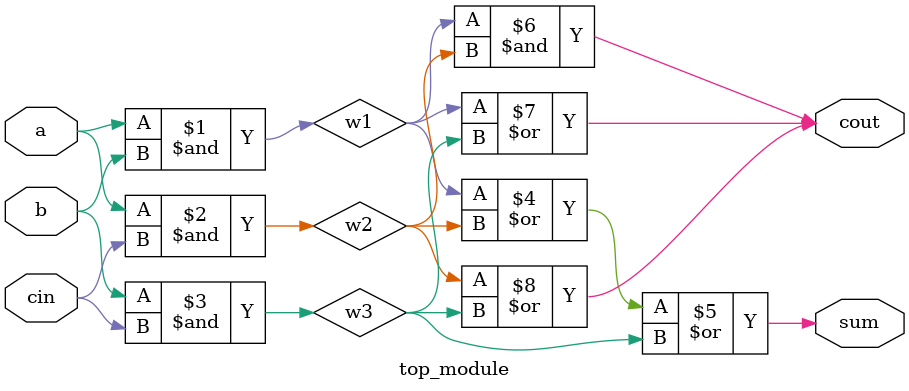
<source format=sv>
module top_module (
    input a,
    input b,
    input cin,
    output cout,
    output sum
);

    wire w1, w2, w3;

    and g1 (w1, a, b);
    and g2 (w2, a, cin);
    and g3 (w3, b, cin);

    or g4 (sum, w1, w2, w3);

    and g5 (cout, w1, w2);
    or g6 (cout, w1, w3);
    or g7 (cout, w2, w3);

endmodule

</source>
